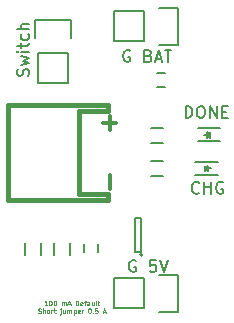
<source format=gbr>
G04 #@! TF.FileFunction,Legend,Top*
%FSLAX46Y46*%
G04 Gerber Fmt 4.6, Leading zero omitted, Abs format (unit mm)*
G04 Created by KiCad (PCBNEW no-vcs-found-product) date mar 10 nov 2015 21:49:01 CST*
%MOMM*%
G01*
G04 APERTURE LIST*
%ADD10C,0.100000*%
%ADD11C,0.150000*%
%ADD12C,0.381000*%
%ADD13C,0.304800*%
G04 APERTURE END LIST*
D10*
X130334011Y-120907352D02*
X130105439Y-120907352D01*
X130219725Y-120907352D02*
X130219725Y-120507352D01*
X130181630Y-120564495D01*
X130143535Y-120602590D01*
X130105439Y-120621638D01*
X130581630Y-120507352D02*
X130619725Y-120507352D01*
X130657820Y-120526400D01*
X130676868Y-120545448D01*
X130695915Y-120583543D01*
X130714963Y-120659733D01*
X130714963Y-120754971D01*
X130695915Y-120831162D01*
X130676868Y-120869257D01*
X130657820Y-120888305D01*
X130619725Y-120907352D01*
X130581630Y-120907352D01*
X130543534Y-120888305D01*
X130524487Y-120869257D01*
X130505439Y-120831162D01*
X130486391Y-120754971D01*
X130486391Y-120659733D01*
X130505439Y-120583543D01*
X130524487Y-120545448D01*
X130543534Y-120526400D01*
X130581630Y-120507352D01*
X130962582Y-120507352D02*
X131000677Y-120507352D01*
X131038772Y-120526400D01*
X131057820Y-120545448D01*
X131076867Y-120583543D01*
X131095915Y-120659733D01*
X131095915Y-120754971D01*
X131076867Y-120831162D01*
X131057820Y-120869257D01*
X131038772Y-120888305D01*
X131000677Y-120907352D01*
X130962582Y-120907352D01*
X130924486Y-120888305D01*
X130905439Y-120869257D01*
X130886391Y-120831162D01*
X130867343Y-120754971D01*
X130867343Y-120659733D01*
X130886391Y-120583543D01*
X130905439Y-120545448D01*
X130924486Y-120526400D01*
X130962582Y-120507352D01*
X131572105Y-120907352D02*
X131572105Y-120640686D01*
X131572105Y-120678781D02*
X131591153Y-120659733D01*
X131629248Y-120640686D01*
X131686391Y-120640686D01*
X131724486Y-120659733D01*
X131743534Y-120697829D01*
X131743534Y-120907352D01*
X131743534Y-120697829D02*
X131762581Y-120659733D01*
X131800677Y-120640686D01*
X131857819Y-120640686D01*
X131895915Y-120659733D01*
X131914962Y-120697829D01*
X131914962Y-120907352D01*
X132086390Y-120793067D02*
X132276867Y-120793067D01*
X132048295Y-120907352D02*
X132181629Y-120507352D01*
X132314962Y-120907352D01*
X132753057Y-120907352D02*
X132753057Y-120507352D01*
X132848295Y-120507352D01*
X132905438Y-120526400D01*
X132943533Y-120564495D01*
X132962581Y-120602590D01*
X132981629Y-120678781D01*
X132981629Y-120735924D01*
X132962581Y-120812114D01*
X132943533Y-120850210D01*
X132905438Y-120888305D01*
X132848295Y-120907352D01*
X132753057Y-120907352D01*
X133305438Y-120888305D02*
X133267343Y-120907352D01*
X133191152Y-120907352D01*
X133153057Y-120888305D01*
X133134009Y-120850210D01*
X133134009Y-120697829D01*
X133153057Y-120659733D01*
X133191152Y-120640686D01*
X133267343Y-120640686D01*
X133305438Y-120659733D01*
X133324486Y-120697829D01*
X133324486Y-120735924D01*
X133134009Y-120774019D01*
X133438771Y-120640686D02*
X133591152Y-120640686D01*
X133495914Y-120907352D02*
X133495914Y-120564495D01*
X133514962Y-120526400D01*
X133553057Y-120507352D01*
X133591152Y-120507352D01*
X133895914Y-120907352D02*
X133895914Y-120697829D01*
X133876866Y-120659733D01*
X133838771Y-120640686D01*
X133762580Y-120640686D01*
X133724485Y-120659733D01*
X133895914Y-120888305D02*
X133857818Y-120907352D01*
X133762580Y-120907352D01*
X133724485Y-120888305D01*
X133705437Y-120850210D01*
X133705437Y-120812114D01*
X133724485Y-120774019D01*
X133762580Y-120754971D01*
X133857818Y-120754971D01*
X133895914Y-120735924D01*
X134257819Y-120640686D02*
X134257819Y-120907352D01*
X134086390Y-120640686D02*
X134086390Y-120850210D01*
X134105438Y-120888305D01*
X134143533Y-120907352D01*
X134200676Y-120907352D01*
X134238771Y-120888305D01*
X134257819Y-120869257D01*
X134505438Y-120907352D02*
X134467343Y-120888305D01*
X134448295Y-120850210D01*
X134448295Y-120507352D01*
X134600676Y-120640686D02*
X134753057Y-120640686D01*
X134657819Y-120507352D02*
X134657819Y-120850210D01*
X134676867Y-120888305D01*
X134714962Y-120907352D01*
X134753057Y-120907352D01*
X129572105Y-121548305D02*
X129629248Y-121567352D01*
X129724486Y-121567352D01*
X129762582Y-121548305D01*
X129781629Y-121529257D01*
X129800677Y-121491162D01*
X129800677Y-121453067D01*
X129781629Y-121414971D01*
X129762582Y-121395924D01*
X129724486Y-121376876D01*
X129648296Y-121357829D01*
X129610201Y-121338781D01*
X129591153Y-121319733D01*
X129572105Y-121281638D01*
X129572105Y-121243543D01*
X129591153Y-121205448D01*
X129610201Y-121186400D01*
X129648296Y-121167352D01*
X129743534Y-121167352D01*
X129800677Y-121186400D01*
X129972105Y-121567352D02*
X129972105Y-121167352D01*
X130143534Y-121567352D02*
X130143534Y-121357829D01*
X130124486Y-121319733D01*
X130086391Y-121300686D01*
X130029248Y-121300686D01*
X129991153Y-121319733D01*
X129972105Y-121338781D01*
X130391153Y-121567352D02*
X130353058Y-121548305D01*
X130334010Y-121529257D01*
X130314962Y-121491162D01*
X130314962Y-121376876D01*
X130334010Y-121338781D01*
X130353058Y-121319733D01*
X130391153Y-121300686D01*
X130448296Y-121300686D01*
X130486391Y-121319733D01*
X130505439Y-121338781D01*
X130524486Y-121376876D01*
X130524486Y-121491162D01*
X130505439Y-121529257D01*
X130486391Y-121548305D01*
X130448296Y-121567352D01*
X130391153Y-121567352D01*
X130695915Y-121567352D02*
X130695915Y-121300686D01*
X130695915Y-121376876D02*
X130714963Y-121338781D01*
X130734010Y-121319733D01*
X130772106Y-121300686D01*
X130810201Y-121300686D01*
X130886391Y-121300686D02*
X131038772Y-121300686D01*
X130943534Y-121167352D02*
X130943534Y-121510210D01*
X130962582Y-121548305D01*
X131000677Y-121567352D01*
X131038772Y-121567352D01*
X131476867Y-121300686D02*
X131476867Y-121643543D01*
X131457819Y-121681638D01*
X131419724Y-121700686D01*
X131400677Y-121700686D01*
X131476867Y-121167352D02*
X131457819Y-121186400D01*
X131476867Y-121205448D01*
X131495915Y-121186400D01*
X131476867Y-121167352D01*
X131476867Y-121205448D01*
X131838772Y-121300686D02*
X131838772Y-121567352D01*
X131667343Y-121300686D02*
X131667343Y-121510210D01*
X131686391Y-121548305D01*
X131724486Y-121567352D01*
X131781629Y-121567352D01*
X131819724Y-121548305D01*
X131838772Y-121529257D01*
X132029248Y-121567352D02*
X132029248Y-121300686D01*
X132029248Y-121338781D02*
X132048296Y-121319733D01*
X132086391Y-121300686D01*
X132143534Y-121300686D01*
X132181629Y-121319733D01*
X132200677Y-121357829D01*
X132200677Y-121567352D01*
X132200677Y-121357829D02*
X132219724Y-121319733D01*
X132257820Y-121300686D01*
X132314962Y-121300686D01*
X132353058Y-121319733D01*
X132372105Y-121357829D01*
X132372105Y-121567352D01*
X132562581Y-121300686D02*
X132562581Y-121700686D01*
X132562581Y-121319733D02*
X132600676Y-121300686D01*
X132676867Y-121300686D01*
X132714962Y-121319733D01*
X132734010Y-121338781D01*
X132753057Y-121376876D01*
X132753057Y-121491162D01*
X132734010Y-121529257D01*
X132714962Y-121548305D01*
X132676867Y-121567352D01*
X132600676Y-121567352D01*
X132562581Y-121548305D01*
X133076867Y-121548305D02*
X133038772Y-121567352D01*
X132962581Y-121567352D01*
X132924486Y-121548305D01*
X132905438Y-121510210D01*
X132905438Y-121357829D01*
X132924486Y-121319733D01*
X132962581Y-121300686D01*
X133038772Y-121300686D01*
X133076867Y-121319733D01*
X133095915Y-121357829D01*
X133095915Y-121395924D01*
X132905438Y-121434019D01*
X133267343Y-121567352D02*
X133267343Y-121300686D01*
X133267343Y-121376876D02*
X133286391Y-121338781D01*
X133305438Y-121319733D01*
X133343534Y-121300686D01*
X133381629Y-121300686D01*
X133895915Y-121167352D02*
X133934010Y-121167352D01*
X133972105Y-121186400D01*
X133991153Y-121205448D01*
X134010200Y-121243543D01*
X134029248Y-121319733D01*
X134029248Y-121414971D01*
X134010200Y-121491162D01*
X133991153Y-121529257D01*
X133972105Y-121548305D01*
X133934010Y-121567352D01*
X133895915Y-121567352D01*
X133857819Y-121548305D01*
X133838772Y-121529257D01*
X133819724Y-121491162D01*
X133800676Y-121414971D01*
X133800676Y-121319733D01*
X133819724Y-121243543D01*
X133838772Y-121205448D01*
X133857819Y-121186400D01*
X133895915Y-121167352D01*
X134200676Y-121529257D02*
X134219724Y-121548305D01*
X134200676Y-121567352D01*
X134181628Y-121548305D01*
X134200676Y-121529257D01*
X134200676Y-121567352D01*
X134581628Y-121167352D02*
X134391152Y-121167352D01*
X134372104Y-121357829D01*
X134391152Y-121338781D01*
X134429247Y-121319733D01*
X134524485Y-121319733D01*
X134562581Y-121338781D01*
X134581628Y-121357829D01*
X134600676Y-121395924D01*
X134600676Y-121491162D01*
X134581628Y-121529257D01*
X134562581Y-121548305D01*
X134524485Y-121567352D01*
X134429247Y-121567352D01*
X134391152Y-121548305D01*
X134372104Y-121529257D01*
X135057818Y-121453067D02*
X135248295Y-121453067D01*
X135019723Y-121567352D02*
X135153057Y-121167352D01*
X135286390Y-121567352D01*
D11*
X134648500Y-115728000D02*
X134648500Y-116428000D01*
X133448500Y-116428000D02*
X133448500Y-115728000D01*
X139604000Y-101254000D02*
X140304000Y-101254000D01*
X140304000Y-102454000D02*
X139604000Y-102454000D01*
X142867200Y-109871600D02*
X144767200Y-109871600D01*
X142867200Y-108771600D02*
X144767200Y-108771600D01*
X143767200Y-109321600D02*
X144217200Y-109321600D01*
X143717200Y-109071600D02*
X143717200Y-109571600D01*
X143717200Y-109321600D02*
X143967200Y-109071600D01*
X143967200Y-109071600D02*
X143967200Y-109571600D01*
X143967200Y-109571600D02*
X143717200Y-109321600D01*
X144965600Y-105926800D02*
X143065600Y-105926800D01*
X144965600Y-107026800D02*
X143065600Y-107026800D01*
X144065600Y-106476800D02*
X143615600Y-106476800D01*
X144115600Y-106726800D02*
X144115600Y-106226800D01*
X144115600Y-106476800D02*
X143865600Y-106726800D01*
X143865600Y-106726800D02*
X143865600Y-106226800D01*
X143865600Y-106226800D02*
X144115600Y-106476800D01*
X132080000Y-99568000D02*
X132080000Y-102108000D01*
X132360000Y-96748000D02*
X132360000Y-98298000D01*
X132080000Y-99568000D02*
X129540000Y-99568000D01*
X129260000Y-98298000D02*
X129260000Y-96748000D01*
X129260000Y-96748000D02*
X132360000Y-96748000D01*
X129540000Y-99568000D02*
X129540000Y-102108000D01*
X129540000Y-102108000D02*
X132080000Y-102108000D01*
X138557000Y-98552000D02*
X136017000Y-98552000D01*
X141377000Y-98832000D02*
X139827000Y-98832000D01*
X138557000Y-98552000D02*
X138557000Y-96012000D01*
X139827000Y-95732000D02*
X141377000Y-95732000D01*
X141377000Y-95732000D02*
X141377000Y-98832000D01*
X138557000Y-96012000D02*
X136017000Y-96012000D01*
X136017000Y-96012000D02*
X136017000Y-98552000D01*
D12*
X127000000Y-103949500D02*
X127000000Y-111950500D01*
X127000000Y-111950500D02*
X135498840Y-111950500D01*
X135498840Y-111950500D02*
X135498840Y-111450120D01*
X135498840Y-111450120D02*
X132999480Y-111450120D01*
X132999480Y-111450120D02*
X132999480Y-104449880D01*
X132999480Y-104449880D02*
X135498840Y-104449880D01*
X135498840Y-104449880D02*
X135498840Y-103949500D01*
X135498840Y-103949500D02*
X127000000Y-103949500D01*
D11*
X138557000Y-121158000D02*
X136017000Y-121158000D01*
X141377000Y-121438000D02*
X139827000Y-121438000D01*
X138557000Y-121158000D02*
X138557000Y-118618000D01*
X139827000Y-118338000D02*
X141377000Y-118338000D01*
X141377000Y-118338000D02*
X141377000Y-121438000D01*
X138557000Y-118618000D02*
X136017000Y-118618000D01*
X136017000Y-118618000D02*
X136017000Y-121158000D01*
X140149200Y-109996600D02*
X139149200Y-109996600D01*
X139149200Y-108646600D02*
X140149200Y-108646600D01*
X140149200Y-107202600D02*
X139149200Y-107202600D01*
X139149200Y-105852600D02*
X140149200Y-105852600D01*
X130897000Y-116641500D02*
X130897000Y-115641500D01*
X132247000Y-115641500D02*
X132247000Y-116641500D01*
X128484000Y-116641500D02*
X128484000Y-115641500D01*
X129834000Y-115641500D02*
X129834000Y-116641500D01*
X138385500Y-116635000D02*
G75*
G03X138385500Y-116635000I-100000J0D01*
G01*
X137735500Y-116385000D02*
X138235500Y-116385000D01*
X137735500Y-113485000D02*
X137735500Y-116385000D01*
X138235500Y-113485000D02*
X137735500Y-113485000D01*
X138235500Y-116385000D02*
X138235500Y-113485000D01*
X143202115Y-111355143D02*
X143154496Y-111402762D01*
X143011639Y-111450381D01*
X142916401Y-111450381D01*
X142773543Y-111402762D01*
X142678305Y-111307524D01*
X142630686Y-111212286D01*
X142583067Y-111021810D01*
X142583067Y-110878952D01*
X142630686Y-110688476D01*
X142678305Y-110593238D01*
X142773543Y-110498000D01*
X142916401Y-110450381D01*
X143011639Y-110450381D01*
X143154496Y-110498000D01*
X143202115Y-110545619D01*
X143630686Y-111450381D02*
X143630686Y-110450381D01*
X143630686Y-110926571D02*
X144202115Y-110926571D01*
X144202115Y-111450381D02*
X144202115Y-110450381D01*
X145202115Y-110498000D02*
X145106877Y-110450381D01*
X144964020Y-110450381D01*
X144821162Y-110498000D01*
X144725924Y-110593238D01*
X144678305Y-110688476D01*
X144630686Y-110878952D01*
X144630686Y-111021810D01*
X144678305Y-111212286D01*
X144725924Y-111307524D01*
X144821162Y-111402762D01*
X144964020Y-111450381D01*
X145059258Y-111450381D01*
X145202115Y-111402762D01*
X145249734Y-111355143D01*
X145249734Y-111021810D01*
X145059258Y-111021810D01*
X142052895Y-105049581D02*
X142052895Y-104049581D01*
X142290990Y-104049581D01*
X142433848Y-104097200D01*
X142529086Y-104192438D01*
X142576705Y-104287676D01*
X142624324Y-104478152D01*
X142624324Y-104621010D01*
X142576705Y-104811486D01*
X142529086Y-104906724D01*
X142433848Y-105001962D01*
X142290990Y-105049581D01*
X142052895Y-105049581D01*
X143243371Y-104049581D02*
X143433848Y-104049581D01*
X143529086Y-104097200D01*
X143624324Y-104192438D01*
X143671943Y-104382914D01*
X143671943Y-104716248D01*
X143624324Y-104906724D01*
X143529086Y-105001962D01*
X143433848Y-105049581D01*
X143243371Y-105049581D01*
X143148133Y-105001962D01*
X143052895Y-104906724D01*
X143005276Y-104716248D01*
X143005276Y-104382914D01*
X143052895Y-104192438D01*
X143148133Y-104097200D01*
X143243371Y-104049581D01*
X144100514Y-105049581D02*
X144100514Y-104049581D01*
X144671943Y-105049581D01*
X144671943Y-104049581D01*
X145148133Y-104525771D02*
X145481467Y-104525771D01*
X145624324Y-105049581D02*
X145148133Y-105049581D01*
X145148133Y-104049581D01*
X145624324Y-104049581D01*
X128725562Y-101477486D02*
X128773181Y-101334629D01*
X128773181Y-101096533D01*
X128725562Y-101001295D01*
X128677943Y-100953676D01*
X128582705Y-100906057D01*
X128487467Y-100906057D01*
X128392229Y-100953676D01*
X128344610Y-101001295D01*
X128296990Y-101096533D01*
X128249371Y-101287010D01*
X128201752Y-101382248D01*
X128154133Y-101429867D01*
X128058895Y-101477486D01*
X127963657Y-101477486D01*
X127868419Y-101429867D01*
X127820800Y-101382248D01*
X127773181Y-101287010D01*
X127773181Y-101048914D01*
X127820800Y-100906057D01*
X128106514Y-100572724D02*
X128773181Y-100382248D01*
X128296990Y-100191771D01*
X128773181Y-100001295D01*
X128106514Y-99810819D01*
X128773181Y-99429867D02*
X128106514Y-99429867D01*
X127773181Y-99429867D02*
X127820800Y-99477486D01*
X127868419Y-99429867D01*
X127820800Y-99382248D01*
X127773181Y-99429867D01*
X127868419Y-99429867D01*
X128106514Y-99096534D02*
X128106514Y-98715582D01*
X127773181Y-98953677D02*
X128630324Y-98953677D01*
X128725562Y-98906058D01*
X128773181Y-98810820D01*
X128773181Y-98715582D01*
X128725562Y-97953676D02*
X128773181Y-98048914D01*
X128773181Y-98239391D01*
X128725562Y-98334629D01*
X128677943Y-98382248D01*
X128582705Y-98429867D01*
X128296990Y-98429867D01*
X128201752Y-98382248D01*
X128154133Y-98334629D01*
X128106514Y-98239391D01*
X128106514Y-98048914D01*
X128154133Y-97953676D01*
X128773181Y-97525105D02*
X127773181Y-97525105D01*
X128773181Y-97096533D02*
X128249371Y-97096533D01*
X128154133Y-97144152D01*
X128106514Y-97239390D01*
X128106514Y-97382248D01*
X128154133Y-97477486D01*
X128201752Y-97525105D01*
X137331629Y-99347400D02*
X137236391Y-99299781D01*
X137093534Y-99299781D01*
X136950676Y-99347400D01*
X136855438Y-99442638D01*
X136807819Y-99537876D01*
X136760200Y-99728352D01*
X136760200Y-99871210D01*
X136807819Y-100061686D01*
X136855438Y-100156924D01*
X136950676Y-100252162D01*
X137093534Y-100299781D01*
X137188772Y-100299781D01*
X137331629Y-100252162D01*
X137379248Y-100204543D01*
X137379248Y-99871210D01*
X137188772Y-99871210D01*
X138903058Y-99775971D02*
X139045915Y-99823590D01*
X139093534Y-99871210D01*
X139141153Y-99966448D01*
X139141153Y-100109305D01*
X139093534Y-100204543D01*
X139045915Y-100252162D01*
X138950677Y-100299781D01*
X138569724Y-100299781D01*
X138569724Y-99299781D01*
X138903058Y-99299781D01*
X138998296Y-99347400D01*
X139045915Y-99395019D01*
X139093534Y-99490257D01*
X139093534Y-99585495D01*
X139045915Y-99680733D01*
X138998296Y-99728352D01*
X138903058Y-99775971D01*
X138569724Y-99775971D01*
X139522105Y-100014067D02*
X139998296Y-100014067D01*
X139426867Y-100299781D02*
X139760200Y-99299781D01*
X140093534Y-100299781D01*
X140284010Y-99299781D02*
X140855439Y-99299781D01*
X140569724Y-100299781D02*
X140569724Y-99299781D01*
D13*
X135607697Y-111029931D02*
X135607697Y-109868788D01*
X135607697Y-106031211D02*
X135607697Y-104870068D01*
X136188269Y-105450639D02*
X135027126Y-105450639D01*
D11*
X137812591Y-117127400D02*
X137717353Y-117079781D01*
X137574496Y-117079781D01*
X137431638Y-117127400D01*
X137336400Y-117222638D01*
X137288781Y-117317876D01*
X137241162Y-117508352D01*
X137241162Y-117651210D01*
X137288781Y-117841686D01*
X137336400Y-117936924D01*
X137431638Y-118032162D01*
X137574496Y-118079781D01*
X137669734Y-118079781D01*
X137812591Y-118032162D01*
X137860210Y-117984543D01*
X137860210Y-117651210D01*
X137669734Y-117651210D01*
X139526877Y-117079781D02*
X139050686Y-117079781D01*
X139003067Y-117555971D01*
X139050686Y-117508352D01*
X139145924Y-117460733D01*
X139384020Y-117460733D01*
X139479258Y-117508352D01*
X139526877Y-117555971D01*
X139574496Y-117651210D01*
X139574496Y-117889305D01*
X139526877Y-117984543D01*
X139479258Y-118032162D01*
X139384020Y-118079781D01*
X139145924Y-118079781D01*
X139050686Y-118032162D01*
X139003067Y-117984543D01*
X139860210Y-117079781D02*
X140193543Y-118079781D01*
X140526877Y-117079781D01*
M02*

</source>
